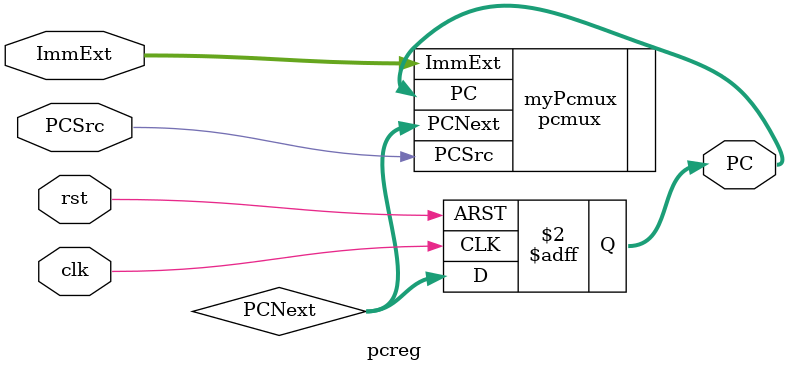
<source format=sv>
module pcreg (
    input  logic         clk,
    input  logic         rst,
    input  logic         PCSrc,
    input  logic [31:0]  ImmExt,
    output logic [31:0]  PC
);

logic [31:0] PCNext;

always_ff @ (posedge clk or posedge rst) begin 
  if (rst) begin
        PC <= 32'b00000000000000000000000000000000;
  end
  else begin
      PC <= PCNext;
  end
    
end

pcmux myPcmux (
  .PC (PC),
  .ImmExt (ImmExt),
  .PCSrc (PCSrc), // 1 means use immediate
  .PCNext (PCNext)
);

endmodule

</source>
